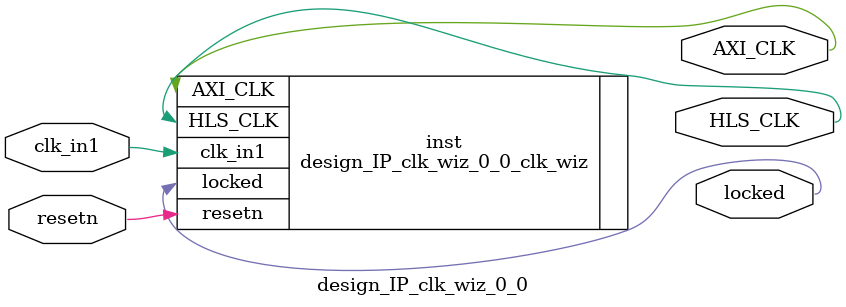
<source format=v>


`timescale 1ps/1ps

(* CORE_GENERATION_INFO = "design_IP_clk_wiz_0_0,clk_wiz_v6_0_3_0_0,{component_name=design_IP_clk_wiz_0_0,use_phase_alignment=true,use_min_o_jitter=false,use_max_i_jitter=false,use_dyn_phase_shift=false,use_inclk_switchover=false,use_dyn_reconfig=false,enable_axi=0,feedback_source=FDBK_AUTO,PRIMITIVE=MMCM,num_out_clk=2,clkin1_period=10.000,clkin2_period=10.000,use_power_down=false,use_reset=true,use_locked=true,use_inclk_stopped=false,feedback_type=SINGLE,CLOCK_MGR_TYPE=NA,manual_override=false}" *)

module design_IP_clk_wiz_0_0 
 (
  // Clock out ports
  output        AXI_CLK,
  output        HLS_CLK,
  // Status and control signals
  input         resetn,
  output        locked,
 // Clock in ports
  input         clk_in1
 );

  design_IP_clk_wiz_0_0_clk_wiz inst
  (
  // Clock out ports  
  .AXI_CLK(AXI_CLK),
  .HLS_CLK(HLS_CLK),
  // Status and control signals               
  .resetn(resetn), 
  .locked(locked),
 // Clock in ports
  .clk_in1(clk_in1)
  );

endmodule

</source>
